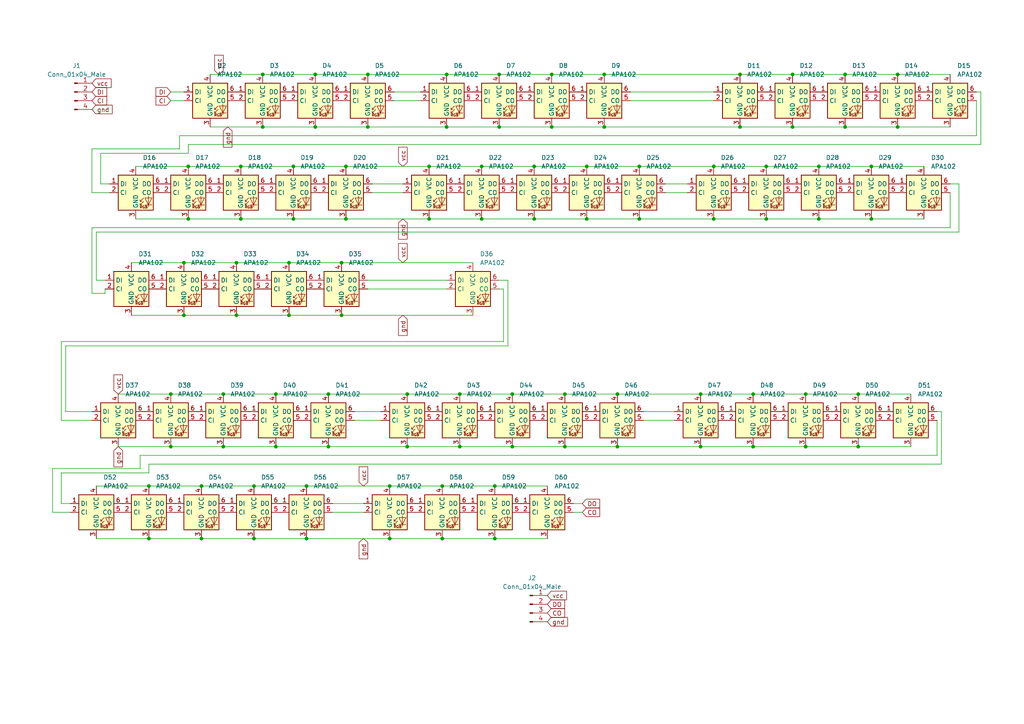
<source format=kicad_sch>
(kicad_sch (version 20211123) (generator eeschema)
  (paper "A4")
  (lib_symbols
    (symbol "Connector:Conn_01x04_Male" (pin_names (offset 1.016) hide)
      (property "Reference" "J" (at 0 5.08 0))
      (property "Value" "Conn_01x04_Male" (at 0 -7.62 0))
      (symbol "Conn_01x04_Male_1_1"
        (polyline (pts (xy 1.27 -5.08) (xy 0.8636 -5.08)) (stroke (width 0.1524)))
        (polyline (pts (xy 1.27 -2.54) (xy 0.8636 -2.54)) (stroke (width 0.1524)))
        (polyline (pts (xy 1.27 0) (xy 0.8636 0)) (stroke (width 0.1524)))
        (polyline (pts (xy 1.27 2.54) (xy 0.8636 2.54)) (stroke (width 0.1524)))
        (rectangle (start 0.8636 -4.953) (end 0 -5.207) (stroke (width 0.1524)) (fill (type outline)))
        (rectangle (start 0.8636 -2.413) (end 0 -2.667) (stroke (width 0.1524)) (fill (type outline)))
        (rectangle (start 0.8636 0.127) (end 0 -0.127) (stroke (width 0.1524)) (fill (type outline)))
        (rectangle (start 0.8636 2.667) (end 0 2.413) (stroke (width 0.1524)) (fill (type outline)))
        (pin passive line (at 5.08 2.54 180) (length 3.81) (name "Pin_1") (number "1"))
        (pin passive line (at 5.08 0 180) (length 3.81) (name "Pin_2") (number "2"))
        (pin passive line (at 5.08 -2.54 180) (length 3.81) (name "Pin_3") (number "3"))
        (pin passive line (at 5.08 -5.08 180) (length 3.81) (name "Pin_4") (number "4"))
      )
    )
    (symbol "LED:APA102"
      (property "Reference" "D" (at 5.08 5.715 0))
      (property "Value" "APA102" (at 1.27 -5.715 0))
      (symbol "APA102_0_0"
        (text "RGB" (at 2.286 -4.191 0) (effects (font (size 0.762 0.762))))
      )
      (symbol "APA102_0_1"
        (polyline (pts (xy 1.27 -3.556) (xy 1.778 -3.556)))
        (polyline (pts (xy 1.27 -2.54) (xy 1.778 -2.54)))
        (polyline (pts (xy 4.699 -3.556) (xy 2.667 -3.556)))
        (polyline (pts (xy 2.286 -2.54) (xy 1.27 -3.556) (xy 1.27 -3.048)))
        (polyline (pts (xy 2.286 -1.524) (xy 1.27 -2.54) (xy 1.27 -2.032)))
        (polyline (pts (xy 3.683 -1.016) (xy 3.683 -3.556) (xy 3.683 -4.064)))
        (polyline (pts (xy 4.699 -1.524) (xy 2.667 -1.524) (xy 3.683 -3.556) (xy 4.699 -1.524)))
        (rectangle (start 5.08 5.08) (end -5.08 -5.08) (stroke (width 0.254)) (fill (type background)))
      )
      (symbol "APA102_1_1"
        (pin input line (at -7.62 2.54 0) (length 2.54) (name "DI") (number "1"))
        (pin input line (at -7.62 0 0) (length 2.54) (name "CI") (number "2"))
        (pin power_in line (at 0 -7.62 90) (length 2.54) (name "GND") (number "3"))
        (pin power_in line (at 0 7.62 270) (length 2.54) (name "VCC") (number "4"))
        (pin output line (at 7.62 0 180) (length 2.54) (name "CO") (number "5"))
        (pin output line (at 7.62 2.54 180) (length 2.54) (name "DO") (number "6"))
      )
    )
  )
  (junction (at 222.25 63.5))
  (junction (at 185.42 63.5))
  (junction (at 133.35 129.54))
  (junction (at 160.02 36.83))
  (junction (at 83.82 76.2))
  (junction (at 106.68 36.83))
  (junction (at 53.34 91.44))
  (junction (at 237.49 48.26))
  (junction (at 100.33 48.26))
  (junction (at 203.2 129.54))
  (junction (at 54.61 63.5))
  (junction (at 233.68 114.3))
  (junction (at 85.09 63.5))
  (junction (at 43.18 140.97))
  (junction (at 148.59 129.54))
  (junction (at 129.54 36.83))
  (junction (at 58.42 156.21))
  (junction (at 99.06 91.44))
  (junction (at 124.46 48.26))
  (junction (at 260.35 21.59))
  (junction (at 118.11 114.3))
  (junction (at 68.58 76.2))
  (junction (at 170.18 48.26))
  (junction (at 144.78 36.83))
  (junction (at 64.77 114.3))
  (junction (at 175.26 36.83))
  (junction (at 207.01 63.5))
  (junction (at 179.07 114.3))
  (junction (at 144.78 21.59))
  (junction (at 100.33 63.5))
  (junction (at 106.68 21.59))
  (junction (at 95.25 129.54))
  (junction (at 80.01 129.54))
  (junction (at 53.34 76.2))
  (junction (at 214.63 36.83))
  (junction (at 163.83 114.3))
  (junction (at 203.2 114.3))
  (junction (at 143.51 156.21))
  (junction (at 218.44 114.3))
  (junction (at 88.9 140.97))
  (junction (at 85.09 48.26))
  (junction (at 129.54 21.59))
  (junction (at 113.03 156.21))
  (junction (at 91.44 21.59))
  (junction (at 69.85 48.26))
  (junction (at 99.06 76.2))
  (junction (at 245.11 36.83))
  (junction (at 139.7 63.5))
  (junction (at 163.83 129.54))
  (junction (at 58.42 140.97))
  (junction (at 248.92 129.54))
  (junction (at 154.94 48.26))
  (junction (at 154.94 63.5))
  (junction (at 252.73 63.5))
  (junction (at 80.01 114.3))
  (junction (at 83.82 91.44))
  (junction (at 214.63 21.59))
  (junction (at 248.92 114.3))
  (junction (at 143.51 140.97))
  (junction (at 160.02 21.59))
  (junction (at 91.44 36.83))
  (junction (at 113.03 140.97))
  (junction (at 245.11 21.59))
  (junction (at 54.61 48.26))
  (junction (at 124.46 63.5))
  (junction (at 222.25 48.26))
  (junction (at 73.66 156.21))
  (junction (at 68.58 91.44))
  (junction (at 179.07 129.54))
  (junction (at 229.87 36.83))
  (junction (at 237.49 63.5))
  (junction (at 185.42 48.26))
  (junction (at 64.77 129.54))
  (junction (at 49.53 114.3))
  (junction (at 170.18 63.5))
  (junction (at 73.66 140.97))
  (junction (at 252.73 48.26))
  (junction (at 88.9 156.21))
  (junction (at 69.85 63.5))
  (junction (at 175.26 21.59))
  (junction (at 229.87 21.59))
  (junction (at 76.2 36.83))
  (junction (at 76.2 21.59))
  (junction (at 139.7 48.26))
  (junction (at 207.01 48.26))
  (junction (at 43.18 156.21))
  (junction (at 260.35 36.83))
  (junction (at 148.59 114.3))
  (junction (at 95.25 114.3))
  (junction (at 233.68 129.54))
  (junction (at 49.53 129.54))
  (junction (at 128.27 156.21))
  (junction (at 118.11 129.54))
  (junction (at 128.27 140.97))
  (junction (at 218.44 129.54))
  (junction (at 133.35 114.3))
  (wire (pts (xy 54.61 44.45) (xy 54.61 41.91)))
  (wire (pts (xy 203.2 129.54) (xy 218.44 129.54)))
  (wire (pts (xy 30.48 85.09) (xy 30.48 83.82)))
  (wire (pts (xy 96.52 148.59) (xy 105.41 148.59)))
  (wire (pts (xy 186.69 119.38) (xy 195.58 119.38)))
  (wire (pts (xy 43.18 140.97) (xy 58.42 140.97)))
  (wire (pts (xy 186.69 121.92) (xy 195.58 121.92)))
  (wire (pts (xy 163.83 114.3) (xy 179.07 114.3)))
  (wire (pts (xy 96.52 146.05) (xy 105.41 146.05)))
  (wire (pts (xy 76.2 36.83) (xy 91.44 36.83)))
  (wire (pts (xy 160.02 36.83) (xy 175.26 36.83)))
  (wire (pts (xy 275.59 55.88) (xy 275.59 66.04)))
  (wire (pts (xy 118.11 114.3) (xy 133.35 114.3)))
  (wire (pts (xy 54.61 48.26) (xy 69.85 48.26)))
  (wire (pts (xy 31.75 53.34) (xy 29.21 53.34)))
  (wire (pts (xy 229.87 36.83) (xy 245.11 36.83)))
  (wire (pts (xy 88.9 156.21) (xy 113.03 156.21)))
  (wire (pts (xy 17.78 137.16) (xy 43.18 137.16)))
  (wire (pts (xy 133.35 129.54) (xy 148.59 129.54)))
  (wire (pts (xy 148.59 129.54) (xy 163.83 129.54)))
  (wire (pts (xy 185.42 63.5) (xy 207.01 63.5)))
  (wire (pts (xy 38.1 76.2) (xy 53.34 76.2)))
  (wire (pts (xy 283.21 39.37) (xy 52.07 39.37)))
  (wire (pts (xy 39.37 63.5) (xy 54.61 63.5)))
  (wire (pts (xy 85.09 48.26) (xy 100.33 48.26)))
  (wire (pts (xy 139.7 63.5) (xy 154.94 63.5)))
  (wire (pts (xy 43.18 137.16) (xy 43.18 134.62)))
  (wire (pts (xy 275.59 53.34) (xy 278.13 53.34)))
  (wire (pts (xy 229.87 21.59) (xy 245.11 21.59)))
  (wire (pts (xy 54.61 63.5) (xy 69.85 63.5)))
  (wire (pts (xy 58.42 156.21) (xy 73.66 156.21)))
  (wire (pts (xy 68.58 76.2) (xy 83.82 76.2)))
  (wire (pts (xy 34.29 129.54) (xy 49.53 129.54)))
  (wire (pts (xy 88.9 140.97) (xy 113.03 140.97)))
  (wire (pts (xy 133.35 114.3) (xy 148.59 114.3)))
  (wire (pts (xy 218.44 114.3) (xy 233.68 114.3)))
  (wire (pts (xy 85.09 63.5) (xy 100.33 63.5)))
  (wire (pts (xy 245.11 21.59) (xy 260.35 21.59)))
  (wire (pts (xy 100.33 63.5) (xy 124.46 63.5)))
  (wire (pts (xy 102.87 121.92) (xy 110.49 121.92)))
  (wire (pts (xy 237.49 48.26) (xy 252.73 48.26)))
  (wire (pts (xy 248.92 114.3) (xy 264.16 114.3)))
  (wire (pts (xy 248.92 129.54) (xy 264.16 129.54)))
  (wire (pts (xy 52.07 43.18) (xy 26.67 43.18)))
  (wire (pts (xy 64.77 114.3) (xy 80.01 114.3)))
  (wire (pts (xy 283.21 29.21) (xy 283.21 39.37)))
  (wire (pts (xy 26.67 43.18) (xy 26.67 55.88)))
  (wire (pts (xy 73.66 156.21) (xy 88.9 156.21)))
  (wire (pts (xy 17.78 146.05) (xy 17.78 137.16)))
  (wire (pts (xy 233.68 129.54) (xy 248.92 129.54)))
  (wire (pts (xy 19.05 119.38) (xy 19.05 100.33)))
  (wire (pts (xy 69.85 63.5) (xy 85.09 63.5)))
  (wire (pts (xy 49.53 29.21) (xy 53.34 29.21)))
  (wire (pts (xy 58.42 140.97) (xy 73.66 140.97)))
  (wire (pts (xy 26.67 119.38) (xy 19.05 119.38)))
  (wire (pts (xy 83.82 76.2) (xy 99.06 76.2)))
  (wire (pts (xy 129.54 36.83) (xy 144.78 36.83)))
  (wire (pts (xy 222.25 63.5) (xy 237.49 63.5)))
  (wire (pts (xy 207.01 63.5) (xy 222.25 63.5)))
  (wire (pts (xy 27.94 140.97) (xy 43.18 140.97)))
  (wire (pts (xy 43.18 156.21) (xy 58.42 156.21)))
  (wire (pts (xy 27.94 156.21) (xy 43.18 156.21)))
  (wire (pts (xy 139.7 48.26) (xy 154.94 48.26)))
  (wire (pts (xy 102.87 119.38) (xy 110.49 119.38)))
  (wire (pts (xy 68.58 91.44) (xy 83.82 91.44)))
  (wire (pts (xy 76.2 21.59) (xy 91.44 21.59)))
  (wire (pts (xy 271.78 121.92) (xy 271.78 132.08)))
  (wire (pts (xy 15.24 148.59) (xy 20.32 148.59)))
  (wire (pts (xy 214.63 21.59) (xy 229.87 21.59)))
  (wire (pts (xy 20.32 146.05) (xy 17.78 146.05)))
  (wire (pts (xy 283.21 26.67) (xy 284.48 26.67)))
  (wire (pts (xy 106.68 83.82) (xy 129.54 83.82)))
  (wire (pts (xy 260.35 21.59) (xy 275.59 21.59)))
  (wire (pts (xy 252.73 63.5) (xy 267.97 63.5)))
  (wire (pts (xy 100.33 48.26) (xy 124.46 48.26)))
  (wire (pts (xy 144.78 83.82) (xy 146.05 83.82)))
  (wire (pts (xy 203.2 114.3) (xy 218.44 114.3)))
  (wire (pts (xy 146.05 99.06) (xy 17.78 99.06)))
  (wire (pts (xy 38.1 91.44) (xy 53.34 91.44)))
  (wire (pts (xy 207.01 48.26) (xy 222.25 48.26)))
  (wire (pts (xy 129.54 21.59) (xy 144.78 21.59)))
  (wire (pts (xy 49.53 129.54) (xy 64.77 129.54)))
  (wire (pts (xy 175.26 36.83) (xy 214.63 36.83)))
  (wire (pts (xy 273.05 134.62) (xy 273.05 119.38)))
  (wire (pts (xy 193.04 55.88) (xy 199.39 55.88)))
  (wire (pts (xy 271.78 119.38) (xy 273.05 119.38)))
  (wire (pts (xy 143.51 156.21) (xy 158.75 156.21)))
  (wire (pts (xy 144.78 21.59) (xy 160.02 21.59)))
  (wire (pts (xy 113.03 156.21) (xy 128.27 156.21)))
  (wire (pts (xy 124.46 63.5) (xy 139.7 63.5)))
  (wire (pts (xy 114.3 26.67) (xy 121.92 26.67)))
  (wire (pts (xy 214.63 36.83) (xy 229.87 36.83)))
  (wire (pts (xy 146.05 83.82) (xy 146.05 99.06)))
  (wire (pts (xy 27.94 81.28) (xy 27.94 67.31)))
  (wire (pts (xy 154.94 48.26) (xy 170.18 48.26)))
  (wire (pts (xy 275.59 66.04) (xy 26.67 66.04)))
  (wire (pts (xy 40.64 135.89) (xy 15.24 135.89)))
  (wire (pts (xy 182.88 29.21) (xy 207.01 29.21)))
  (wire (pts (xy 99.06 76.2) (xy 137.16 76.2)))
  (wire (pts (xy 106.68 21.59) (xy 129.54 21.59)))
  (wire (pts (xy 106.68 36.83) (xy 129.54 36.83)))
  (wire (pts (xy 95.25 129.54) (xy 118.11 129.54)))
  (wire (pts (xy 49.53 26.67) (xy 53.34 26.67)))
  (wire (pts (xy 193.04 53.34) (xy 199.39 53.34)))
  (wire (pts (xy 144.78 36.83) (xy 160.02 36.83)))
  (wire (pts (xy 278.13 67.31) (xy 278.13 53.34)))
  (wire (pts (xy 245.11 36.83) (xy 260.35 36.83)))
  (wire (pts (xy 52.07 39.37) (xy 52.07 43.18)))
  (wire (pts (xy 185.42 48.26) (xy 207.01 48.26)))
  (wire (pts (xy 30.48 81.28) (xy 27.94 81.28)))
  (wire (pts (xy 147.32 81.28) (xy 144.78 81.28)))
  (wire (pts (xy 147.32 100.33) (xy 147.32 81.28)))
  (wire (pts (xy 179.07 114.3) (xy 203.2 114.3)))
  (wire (pts (xy 175.26 21.59) (xy 214.63 21.59)))
  (wire (pts (xy 99.06 91.44) (xy 137.16 91.44)))
  (wire (pts (xy 80.01 129.54) (xy 95.25 129.54)))
  (wire (pts (xy 49.53 114.3) (xy 64.77 114.3)))
  (wire (pts (xy 80.01 114.3) (xy 95.25 114.3)))
  (wire (pts (xy 107.95 55.88) (xy 116.84 55.88)))
  (wire (pts (xy 17.78 99.06) (xy 17.78 121.92)))
  (wire (pts (xy 170.18 48.26) (xy 185.42 48.26)))
  (wire (pts (xy 53.34 91.44) (xy 68.58 91.44)))
  (wire (pts (xy 160.02 21.59) (xy 175.26 21.59)))
  (wire (pts (xy 64.77 129.54) (xy 80.01 129.54)))
  (wire (pts (xy 106.68 81.28) (xy 129.54 81.28)))
  (wire (pts (xy 233.68 114.3) (xy 248.92 114.3)))
  (wire (pts (xy 179.07 129.54) (xy 203.2 129.54)))
  (wire (pts (xy 40.64 132.08) (xy 40.64 135.89)))
  (wire (pts (xy 237.49 63.5) (xy 252.73 63.5)))
  (wire (pts (xy 284.48 41.91) (xy 284.48 26.67)))
  (wire (pts (xy 163.83 129.54) (xy 179.07 129.54)))
  (wire (pts (xy 54.61 41.91) (xy 284.48 41.91)))
  (wire (pts (xy 19.05 100.33) (xy 147.32 100.33)))
  (wire (pts (xy 26.67 66.04) (xy 26.67 85.09)))
  (wire (pts (xy 143.51 140.97) (xy 158.75 140.97)))
  (wire (pts (xy 218.44 129.54) (xy 233.68 129.54)))
  (wire (pts (xy 170.18 63.5) (xy 185.42 63.5)))
  (wire (pts (xy 260.35 36.83) (xy 275.59 36.83)))
  (wire (pts (xy 114.3 29.21) (xy 121.92 29.21)))
  (wire (pts (xy 91.44 36.83) (xy 106.68 36.83)))
  (wire (pts (xy 271.78 132.08) (xy 40.64 132.08)))
  (wire (pts (xy 60.96 36.83) (xy 76.2 36.83)))
  (wire (pts (xy 154.94 63.5) (xy 170.18 63.5)))
  (wire (pts (xy 27.94 67.31) (xy 278.13 67.31)))
  (wire (pts (xy 39.37 48.26) (xy 54.61 48.26)))
  (wire (pts (xy 29.21 53.34) (xy 29.21 44.45)))
  (wire (pts (xy 222.25 48.26) (xy 237.49 48.26)))
  (wire (pts (xy 107.95 53.34) (xy 116.84 53.34)))
  (wire (pts (xy 17.78 121.92) (xy 26.67 121.92)))
  (wire (pts (xy 26.67 85.09) (xy 30.48 85.09)))
  (wire (pts (xy 166.37 146.05) (xy 168.91 146.05)))
  (wire (pts (xy 69.85 48.26) (xy 85.09 48.26)))
  (wire (pts (xy 124.46 48.26) (xy 139.7 48.26)))
  (wire (pts (xy 53.34 76.2) (xy 68.58 76.2)))
  (wire (pts (xy 73.66 140.97) (xy 88.9 140.97)))
  (wire (pts (xy 113.03 140.97) (xy 128.27 140.97)))
  (wire (pts (xy 252.73 48.26) (xy 267.97 48.26)))
  (wire (pts (xy 148.59 114.3) (xy 163.83 114.3)))
  (wire (pts (xy 95.25 114.3) (xy 118.11 114.3)))
  (wire (pts (xy 128.27 140.97) (xy 143.51 140.97)))
  (wire (pts (xy 15.24 135.89) (xy 15.24 148.59)))
  (wire (pts (xy 91.44 21.59) (xy 106.68 21.59)))
  (wire (pts (xy 83.82 91.44) (xy 99.06 91.44)))
  (wire (pts (xy 166.37 148.59) (xy 168.91 148.59)))
  (wire (pts (xy 34.29 114.3) (xy 49.53 114.3)))
  (wire (pts (xy 26.67 55.88) (xy 31.75 55.88)))
  (wire (pts (xy 182.88 26.67) (xy 207.01 26.67)))
  (wire (pts (xy 118.11 129.54) (xy 133.35 129.54)))
  (wire (pts (xy 128.27 156.21) (xy 143.51 156.21)))
  (wire (pts (xy 43.18 134.62) (xy 273.05 134.62)))
  (wire (pts (xy 60.96 21.59) (xy 76.2 21.59)))
  (wire (pts (xy 29.21 44.45) (xy 54.61 44.45)))
  (global_label "gnd" (shape input) (at 26.67 31.75 0) (property "Intersheet References" "${INTERSHEET_REFS}" (effects hide)))
  (global_label "vcc" (shape input) (at 158.75 172.72 0) (property "Intersheet References" "${INTERSHEET_REFS}" (effects hide)))
  (global_label "gnd" (shape input) (at 116.84 63.5 270) (property "Intersheet References" "${INTERSHEET_REFS}" (effects hide)))
  (global_label "CO" (shape input) (at 158.75 177.8 0) (property "Intersheet References" "${INTERSHEET_REFS}" (effects hide)))
  (global_label "vcc" (shape input) (at 116.84 76.2 90) (property "Intersheet References" "${INTERSHEET_REFS}" (effects hide)))
  (global_label "gnd" (shape input) (at 34.29 129.54 270) (property "Intersheet References" "${INTERSHEET_REFS}" (effects hide)))
  (global_label "gnd" (shape input) (at 158.75 180.34 0) (property "Intersheet References" "${INTERSHEET_REFS}" (effects hide)))
  (global_label "vcc" (shape input) (at 116.84 48.26 90) (property "Intersheet References" "${INTERSHEET_REFS}" (effects hide)))
  (global_label "vcc" (shape input) (at 105.41 140.97 90) (property "Intersheet References" "${INTERSHEET_REFS}" (effects hide)))
  (global_label "gnd" (shape input) (at 66.04 36.83 270) (property "Intersheet References" "${INTERSHEET_REFS}" (effects hide)))
  (global_label "DO" (shape input) (at 168.91 146.05 0) (property "Intersheet References" "${INTERSHEET_REFS}" (effects hide)))
  (global_label "DO" (shape input) (at 158.75 175.26 0) (property "Intersheet References" "${INTERSHEET_REFS}" (effects hide)))
  (global_label "vcc" (shape input) (at 26.67 24.13 0) (property "Intersheet References" "${INTERSHEET_REFS}" (effects hide)))
  (global_label "CO" (shape input) (at 168.91 148.59 0) (property "Intersheet References" "${INTERSHEET_REFS}" (effects hide)))
  (global_label "vcc" (shape input) (at 63.5 21.59 90) (property "Intersheet References" "${INTERSHEET_REFS}" (effects hide)))
  (global_label "DI" (shape input) (at 26.67 26.67 0) (property "Intersheet References" "${INTERSHEET_REFS}" (effects hide)))
  (global_label "vcc" (shape input) (at 34.29 114.3 90) (property "Intersheet References" "${INTERSHEET_REFS}" (effects hide)))
  (global_label "gnd" (shape input) (at 116.84 91.44 270) (property "Intersheet References" "${INTERSHEET_REFS}" (effects hide)))
  (global_label "gnd" (shape input) (at 105.41 156.21 270) (property "Intersheet References" "${INTERSHEET_REFS}" (effects hide)))
  (global_label "CI" (shape input) (at 26.67 29.21 0) (property "Intersheet References" "${INTERSHEET_REFS}" (effects hide)))
  (global_label "DI" (shape input) (at 49.53 26.67 180) (property "Intersheet References" "${INTERSHEET_REFS}" (effects hide)))
  (global_label "CI" (shape input) (at 49.53 29.21 180) (property "Intersheet References" "${INTERSHEET_REFS}" (effects hide)))
  (symbol (lib_id "LED:APA102") (at 124.46 55.88 0) (unit 1)
    (property "Reference" "D21" (at 126.4794 45.72 0) (effects (justify left)))
    (property "Value" "APA102" (at 126.4794 48.26 0) (effects (justify left)))
    (property "Footprint" "hakz:SK9822-hakz" (effects hide))
    (property "Datasheet" "http://www.led-color.com/upload/201506/APA102%20LED.pdf" (effects hide))
  )
  (symbol (lib_id "LED:APA102") (at 54.61 55.88 0) (unit 1)
    (property "Reference" "D17" (at 56.6294 45.72 0) (effects (justify left)))
    (property "Value" "APA102" (at 56.6294 48.26 0) (effects (justify left)))
    (property "Footprint" "hakz:SK9822-hakz" (effects hide))
    (property "Datasheet" "http://www.led-color.com/upload/201506/APA102%20LED.pdf" (effects hide))
  )
  (symbol (lib_id "LED:APA102") (at 207.01 55.88 0) (unit 1)
    (property "Reference" "D26" (at 209.0294 45.72 0) (effects (justify left)))
    (property "Value" "APA102" (at 209.0294 48.26 0) (effects (justify left)))
    (property "Footprint" "hakz:SK9822-hakz" (effects hide))
    (property "Datasheet" "http://www.led-color.com/upload/201506/APA102%20LED.pdf" (effects hide))
  )
  (symbol (lib_id "LED:APA102") (at 129.54 29.21 0) (unit 1)
    (property "Reference" "D6" (at 131.5594 19.05 0) (effects (justify left)))
    (property "Value" "APA102" (at 131.5594 21.59 0) (effects (justify left)))
    (property "Footprint" "hakz:SK9822-hakz" (effects hide))
    (property "Datasheet" "http://www.led-color.com/upload/201506/APA102%20LED.pdf" (effects hide))
  )
  (symbol (lib_id "LED:APA102") (at 76.2 29.21 0) (unit 1)
    (property "Reference" "D3" (at 78.2194 19.05 0) (effects (justify left)))
    (property "Value" "APA102" (at 78.2194 21.59 0) (effects (justify left)))
    (property "Footprint" "hakz:SK9822-hakz" (effects hide))
    (property "Datasheet" "http://www.led-color.com/upload/201506/APA102%20LED.pdf" (effects hide))
  )
  (symbol (lib_id "LED:APA102") (at 248.92 121.92 0) (unit 1)
    (property "Reference" "D50" (at 250.9394 111.76 0) (effects (justify left)))
    (property "Value" "APA102" (at 250.9394 114.3 0) (effects (justify left)))
    (property "Footprint" "hakz:SK9822-hakz" (effects hide))
    (property "Datasheet" "http://www.led-color.com/upload/201506/APA102%20LED.pdf" (effects hide))
  )
  (symbol (lib_id "LED:APA102") (at 113.03 148.59 0) (unit 1)
    (property "Reference" "D57" (at 115.0494 138.43 0) (effects (justify left)))
    (property "Value" "APA102" (at 115.0494 140.97 0) (effects (justify left)))
    (property "Footprint" "hakz:SK9822-hakz" (effects hide))
    (property "Datasheet" "http://www.led-color.com/upload/201506/APA102%20LED.pdf" (effects hide))
  )
  (symbol (lib_id "LED:APA102") (at 106.68 29.21 0) (unit 1)
    (property "Reference" "D5" (at 108.6994 19.05 0) (effects (justify left)))
    (property "Value" "APA102" (at 108.6994 21.59 0) (effects (justify left)))
    (property "Footprint" "hakz:SK9822-hakz" (effects hide))
    (property "Datasheet" "http://www.led-color.com/upload/201506/APA102%20LED.pdf" (effects hide))
  )
  (symbol (lib_id "LED:APA102") (at 91.44 29.21 0) (unit 1)
    (property "Reference" "D4" (at 93.4594 19.05 0) (effects (justify left)))
    (property "Value" "APA102" (at 93.4594 21.59 0) (effects (justify left)))
    (property "Footprint" "hakz:SK9822-hakz" (effects hide))
    (property "Datasheet" "http://www.led-color.com/upload/201506/APA102%20LED.pdf" (effects hide))
  )
  (symbol (lib_id "LED:APA102") (at 203.2 121.92 0) (unit 1)
    (property "Reference" "D47" (at 205.2194 111.76 0) (effects (justify left)))
    (property "Value" "APA102" (at 205.2194 114.3 0) (effects (justify left)))
    (property "Footprint" "hakz:SK9822-hakz" (effects hide))
    (property "Datasheet" "http://www.led-color.com/upload/201506/APA102%20LED.pdf" (effects hide))
  )
  (symbol (lib_id "LED:APA102") (at 118.11 121.92 0) (unit 1)
    (property "Reference" "D42" (at 120.1294 111.76 0) (effects (justify left)))
    (property "Value" "APA102" (at 120.1294 114.3 0) (effects (justify left)))
    (property "Footprint" "hakz:SK9822-hakz" (effects hide))
    (property "Datasheet" "http://www.led-color.com/upload/201506/APA102%20LED.pdf" (effects hide))
  )
  (symbol (lib_id "LED:APA102") (at 53.34 83.82 0) (unit 1)
    (property "Reference" "D32" (at 55.3594 73.66 0) (effects (justify left)))
    (property "Value" "APA102" (at 55.3594 76.2 0) (effects (justify left)))
    (property "Footprint" "hakz:SK9822-hakz" (effects hide))
    (property "Datasheet" "http://www.led-color.com/upload/201506/APA102%20LED.pdf" (effects hide))
  )
  (symbol (lib_id "LED:APA102") (at 88.9 148.59 0) (unit 1)
    (property "Reference" "D56" (at 90.9194 138.43 0) (effects (justify left)))
    (property "Value" "APA102" (at 90.9194 140.97 0) (effects (justify left)))
    (property "Footprint" "hakz:SK9822-hakz" (effects hide))
    (property "Datasheet" "http://www.led-color.com/upload/201506/APA102%20LED.pdf" (effects hide))
  )
  (symbol (lib_id "LED:APA102") (at 64.77 121.92 0) (unit 1)
    (property "Reference" "D39" (at 66.7894 111.76 0) (effects (justify left)))
    (property "Value" "APA102" (at 66.7894 114.3 0) (effects (justify left)))
    (property "Footprint" "hakz:SK9822-hakz" (effects hide))
    (property "Datasheet" "http://www.led-color.com/upload/201506/APA102%20LED.pdf" (effects hide))
  )
  (symbol (lib_id "LED:APA102") (at 267.97 55.88 0) (unit 1)
    (property "Reference" "D30" (at 269.9894 45.72 0) (effects (justify left)))
    (property "Value" "APA102" (at 269.9894 48.26 0) (effects (justify left)))
    (property "Footprint" "hakz:SK9822-hakz" (effects hide))
    (property "Datasheet" "http://www.led-color.com/upload/201506/APA102%20LED.pdf" (effects hide))
  )
  (symbol (lib_id "LED:APA102") (at 133.35 121.92 0) (unit 1)
    (property "Reference" "D43" (at 135.3694 111.76 0) (effects (justify left)))
    (property "Value" "APA102" (at 135.3694 114.3 0) (effects (justify left)))
    (property "Footprint" "hakz:SK9822-hakz" (effects hide))
    (property "Datasheet" "http://www.led-color.com/upload/201506/APA102%20LED.pdf" (effects hide))
  )
  (symbol (lib_id "LED:APA102") (at 68.58 83.82 0) (unit 1)
    (property "Reference" "D33" (at 70.5994 73.66 0) (effects (justify left)))
    (property "Value" "APA102" (at 70.5994 76.2 0) (effects (justify left)))
    (property "Footprint" "hakz:SK9822-hakz" (effects hide))
    (property "Datasheet" "http://www.led-color.com/upload/201506/APA102%20LED.pdf" (effects hide))
  )
  (symbol (lib_id "Connector:Conn_01x04_Male") (at 21.59 26.67 0) (unit 1)
    (property "Reference" "J1" (at 22.225 19.05 0))
    (property "Value" "Conn_01x04_Male" (at 22.225 21.59 0))
    (property "Footprint" "Connector_PinHeader_2.54mm:PinHeader_1x04_P2.54mm_Vertical" (effects hide))
  )
  (symbol (lib_id "LED:APA102") (at 154.94 55.88 0) (unit 1)
    (property "Reference" "D23" (at 156.9594 45.72 0) (effects (justify left)))
    (property "Value" "APA102" (at 156.9594 48.26 0) (effects (justify left)))
    (property "Footprint" "hakz:SK9822-hakz" (effects hide))
    (property "Datasheet" "http://www.led-color.com/upload/201506/APA102%20LED.pdf" (effects hide))
  )
  (symbol (lib_id "LED:APA102") (at 170.18 55.88 0) (unit 1)
    (property "Reference" "D24" (at 172.1994 45.72 0) (effects (justify left)))
    (property "Value" "APA102" (at 172.1994 48.26 0) (effects (justify left)))
    (property "Footprint" "hakz:SK9822-hakz" (effects hide))
    (property "Datasheet" "http://www.led-color.com/upload/201506/APA102%20LED.pdf" (effects hide))
  )
  (symbol (lib_id "LED:APA102") (at 85.09 55.88 0) (unit 1)
    (property "Reference" "D19" (at 87.1094 45.72 0) (effects (justify left)))
    (property "Value" "APA102" (at 87.1094 48.26 0) (effects (justify left)))
    (property "Footprint" "hakz:SK9822-hakz" (effects hide))
    (property "Datasheet" "http://www.led-color.com/upload/201506/APA102%20LED.pdf" (effects hide))
  )
  (symbol (lib_id "LED:APA102") (at 264.16 121.92 0) (unit 1)
    (property "Reference" "D51" (at 266.1794 111.76 0) (effects (justify left)))
    (property "Value" "APA102" (at 266.1794 114.3 0) (effects (justify left)))
    (property "Footprint" "hakz:SK9822-hakz" (effects hide))
    (property "Datasheet" "http://www.led-color.com/upload/201506/APA102%20LED.pdf" (effects hide))
  )
  (symbol (lib_id "Connector:Conn_01x04_Male") (at 153.67 175.26 0) (unit 1)
    (property "Reference" "J2" (at 154.305 167.64 0))
    (property "Value" "Conn_01x04_Male" (at 154.305 170.18 0))
    (property "Footprint" "Connector_PinHeader_2.54mm:PinHeader_1x04_P2.54mm_Vertical" (effects hide))
  )
  (symbol (lib_id "LED:APA102") (at 69.85 55.88 0) (unit 1)
    (property "Reference" "D18" (at 71.8694 45.72 0) (effects (justify left)))
    (property "Value" "APA102" (at 71.8694 48.26 0) (effects (justify left)))
    (property "Footprint" "hakz:SK9822-hakz" (effects hide))
    (property "Datasheet" "http://www.led-color.com/upload/201506/APA102%20LED.pdf" (effects hide))
  )
  (symbol (lib_id "LED:APA102") (at 233.68 121.92 0) (unit 1)
    (property "Reference" "D49" (at 235.6994 111.76 0) (effects (justify left)))
    (property "Value" "APA102" (at 235.6994 114.3 0) (effects (justify left)))
    (property "Footprint" "hakz:SK9822-hakz" (effects hide))
    (property "Datasheet" "http://www.led-color.com/upload/201506/APA102%20LED.pdf" (effects hide))
  )
  (symbol (lib_id "LED:APA102") (at 95.25 121.92 0) (unit 1)
    (property "Reference" "D41" (at 97.2694 111.76 0) (effects (justify left)))
    (property "Value" "APA102" (at 97.2694 114.3 0) (effects (justify left)))
    (property "Footprint" "hakz:SK9822-hakz" (effects hide))
    (property "Datasheet" "http://www.led-color.com/upload/201506/APA102%20LED.pdf" (effects hide))
  )
  (symbol (lib_id "LED:APA102") (at 218.44 121.92 0) (unit 1)
    (property "Reference" "D48" (at 220.4594 111.76 0) (effects (justify left)))
    (property "Value" "APA102" (at 220.4594 114.3 0) (effects (justify left)))
    (property "Footprint" "hakz:SK9822-hakz" (effects hide))
    (property "Datasheet" "http://www.led-color.com/upload/201506/APA102%20LED.pdf" (effects hide))
  )
  (symbol (lib_id "LED:APA102") (at 137.16 83.82 0) (unit 1)
    (property "Reference" "D36" (at 139.1794 73.66 0) (effects (justify left)))
    (property "Value" "APA102" (at 139.1794 76.2 0) (effects (justify left)))
    (property "Footprint" "hakz:SK9822-hakz" (effects hide))
    (property "Datasheet" "http://www.led-color.com/upload/201506/APA102%20LED.pdf" (effects hide))
  )
  (symbol (lib_id "LED:APA102") (at 260.35 29.21 0) (unit 1)
    (property "Reference" "D14" (at 262.3694 19.05 0) (effects (justify left)))
    (property "Value" "APA102" (at 262.3694 21.59 0) (effects (justify left)))
    (property "Footprint" "hakz:SK9822-hakz" (effects hide))
    (property "Datasheet" "http://www.led-color.com/upload/201506/APA102%20LED.pdf" (effects hide))
  )
  (symbol (lib_id "LED:APA102") (at 179.07 121.92 0) (unit 1)
    (property "Reference" "D46" (at 181.0894 111.76 0) (effects (justify left)))
    (property "Value" "APA102" (at 181.0894 114.3 0) (effects (justify left)))
    (property "Footprint" "hakz:SK9822-hakz" (effects hide))
    (property "Datasheet" "http://www.led-color.com/upload/201506/APA102%20LED.pdf" (effects hide))
  )
  (symbol (lib_id "LED:APA102") (at 175.26 29.21 0) (unit 1)
    (property "Reference" "D9" (at 177.2794 19.05 0) (effects (justify left)))
    (property "Value" "APA102" (at 177.2794 21.59 0) (effects (justify left)))
    (property "Footprint" "hakz:SK9822-hakz" (effects hide))
    (property "Datasheet" "http://www.led-color.com/upload/201506/APA102%20LED.pdf" (effects hide))
  )
  (symbol (lib_id "LED:APA102") (at 275.59 29.21 0) (unit 1)
    (property "Reference" "D15" (at 277.6094 19.05 0) (effects (justify left)))
    (property "Value" "APA102" (at 277.6094 21.59 0) (effects (justify left)))
    (property "Footprint" "hakz:SK9822-hakz" (effects hide))
    (property "Datasheet" "http://www.led-color.com/upload/201506/APA102%20LED.pdf" (effects hide))
  )
  (symbol (lib_id "LED:APA102") (at 163.83 121.92 0) (unit 1)
    (property "Reference" "D45" (at 165.8494 111.76 0) (effects (justify left)))
    (property "Value" "APA102" (at 165.8494 114.3 0) (effects (justify left)))
    (property "Footprint" "hakz:SK9822-hakz" (effects hide))
    (property "Datasheet" "http://www.led-color.com/upload/201506/APA102%20LED.pdf" (effects hide))
  )
  (symbol (lib_id "LED:APA102") (at 99.06 83.82 0) (unit 1)
    (property "Reference" "D35" (at 101.0794 73.66 0) (effects (justify left)))
    (property "Value" "APA102" (at 101.0794 76.2 0) (effects (justify left)))
    (property "Footprint" "hakz:SK9822-hakz" (effects hide))
    (property "Datasheet" "http://www.led-color.com/upload/201506/APA102%20LED.pdf" (effects hide))
  )
  (symbol (lib_id "LED:APA102") (at 237.49 55.88 0) (unit 1)
    (property "Reference" "D28" (at 239.5094 45.72 0) (effects (justify left)))
    (property "Value" "APA102" (at 239.5094 48.26 0) (effects (justify left)))
    (property "Footprint" "hakz:SK9822-hakz" (effects hide))
    (property "Datasheet" "http://www.led-color.com/upload/201506/APA102%20LED.pdf" (effects hide))
  )
  (symbol (lib_id "LED:APA102") (at 83.82 83.82 0) (unit 1)
    (property "Reference" "D34" (at 85.8394 73.66 0) (effects (justify left)))
    (property "Value" "APA102" (at 85.8394 76.2 0) (effects (justify left)))
    (property "Footprint" "hakz:SK9822-hakz" (effects hide))
    (property "Datasheet" "http://www.led-color.com/upload/201506/APA102%20LED.pdf" (effects hide))
  )
  (symbol (lib_id "LED:APA102") (at 34.29 121.92 0) (unit 1)
    (property "Reference" "D37" (at 36.3094 111.76 0) (effects (justify left)))
    (property "Value" "APA102" (at 36.3094 114.3 0) (effects (justify left)))
    (property "Footprint" "hakz:SK9822-hakz" (effects hide))
    (property "Datasheet" "http://www.led-color.com/upload/201506/APA102%20LED.pdf" (effects hide))
  )
  (symbol (lib_id "LED:APA102") (at 60.96 29.21 0) (unit 1)
    (property "Reference" "D2" (at 62.9794 19.05 0) (effects (justify left)))
    (property "Value" "APA102" (at 62.9794 21.59 0) (effects (justify left)))
    (property "Footprint" "hakz:SK9822-hakz" (effects hide))
    (property "Datasheet" "http://www.led-color.com/upload/201506/APA102%20LED.pdf" (effects hide))
  )
  (symbol (lib_id "LED:APA102") (at 73.66 148.59 0) (unit 1)
    (property "Reference" "D55" (at 75.6794 138.43 0) (effects (justify left)))
    (property "Value" "APA102" (at 75.6794 140.97 0) (effects (justify left)))
    (property "Footprint" "hakz:SK9822-hakz" (effects hide))
    (property "Datasheet" "http://www.led-color.com/upload/201506/APA102%20LED.pdf" (effects hide))
  )
  (symbol (lib_id "LED:APA102") (at 38.1 83.82 0) (unit 1)
    (property "Reference" "D31" (at 40.1194 73.66 0) (effects (justify left)))
    (property "Value" "APA102" (at 40.1194 76.2 0) (effects (justify left)))
    (property "Footprint" "hakz:SK9822-hakz" (effects hide))
    (property "Datasheet" "http://www.led-color.com/upload/201506/APA102%20LED.pdf" (effects hide))
  )
  (symbol (lib_id "LED:APA102") (at 158.75 148.59 0) (unit 1)
    (property "Reference" "D60" (at 160.7694 138.43 0) (effects (justify left)))
    (property "Value" "APA102" (at 160.7694 140.97 0) (effects (justify left)))
    (property "Footprint" "hakz:SK9822-hakz" (effects hide))
    (property "Datasheet" "http://www.led-color.com/upload/201506/APA102%20LED.pdf" (effects hide))
  )
  (symbol (lib_id "LED:APA102") (at 148.59 121.92 0) (unit 1)
    (property "Reference" "D44" (at 150.6094 111.76 0) (effects (justify left)))
    (property "Value" "APA102" (at 150.6094 114.3 0) (effects (justify left)))
    (property "Footprint" "hakz:SK9822-hakz" (effects hide))
    (property "Datasheet" "http://www.led-color.com/upload/201506/APA102%20LED.pdf" (effects hide))
  )
  (symbol (lib_id "LED:APA102") (at 185.42 55.88 0) (unit 1)
    (property "Reference" "D25" (at 187.4394 45.72 0) (effects (justify left)))
    (property "Value" "APA102" (at 187.4394 48.26 0) (effects (justify left)))
    (property "Footprint" "hakz:SK9822-hakz" (effects hide))
    (property "Datasheet" "http://www.led-color.com/upload/201506/APA102%20LED.pdf" (effects hide))
  )
  (symbol (lib_id "LED:APA102") (at 49.53 121.92 0) (unit 1)
    (property "Reference" "D38" (at 51.5494 111.76 0) (effects (justify left)))
    (property "Value" "APA102" (at 51.5494 114.3 0) (effects (justify left)))
    (property "Footprint" "hakz:SK9822-hakz" (effects hide))
    (property "Datasheet" "http://www.led-color.com/upload/201506/APA102%20LED.pdf" (effects hide))
  )
  (symbol (lib_id "LED:APA102") (at 128.27 148.59 0) (unit 1)
    (property "Reference" "D58" (at 130.2894 138.43 0) (effects (justify left)))
    (property "Value" "APA102" (at 130.2894 140.97 0) (effects (justify left)))
    (property "Footprint" "hakz:SK9822-hakz" (effects hide))
    (property "Datasheet" "http://www.led-color.com/upload/201506/APA102%20LED.pdf" (effects hide))
  )
  (symbol (lib_id "LED:APA102") (at 245.11 29.21 0) (unit 1)
    (property "Reference" "D13" (at 247.1294 19.05 0) (effects (justify left)))
    (property "Value" "APA102" (at 247.1294 21.59 0) (effects (justify left)))
    (property "Footprint" "hakz:SK9822-hakz" (effects hide))
    (property "Datasheet" "http://www.led-color.com/upload/201506/APA102%20LED.pdf" (effects hide))
  )
  (symbol (lib_id "LED:APA102") (at 27.94 148.59 0) (unit 1)
    (property "Reference" "D52" (at 29.9594 138.43 0) (effects (justify left)))
    (property "Value" "APA102" (at 29.9594 140.97 0) (effects (justify left)))
    (property "Footprint" "hakz:SK9822-hakz" (effects hide))
    (property "Datasheet" "http://www.led-color.com/upload/201506/APA102%20LED.pdf" (effects hide))
  )
  (symbol (lib_id "LED:APA102") (at 39.37 55.88 0) (unit 1)
    (property "Reference" "D16" (at 41.3894 45.72 0) (effects (justify left)))
    (property "Value" "APA102" (at 41.3894 48.26 0) (effects (justify left)))
    (property "Footprint" "hakz:SK9822-hakz" (effects hide))
    (property "Datasheet" "http://www.led-color.com/upload/201506/APA102%20LED.pdf" (effects hide))
  )
  (symbol (lib_id "LED:APA102") (at 252.73 55.88 0) (unit 1)
    (property "Reference" "D29" (at 254.7494 45.72 0) (effects (justify left)))
    (property "Value" "APA102" (at 254.7494 48.26 0) (effects (justify left)))
    (property "Footprint" "hakz:SK9822-hakz" (effects hide))
    (property "Datasheet" "http://www.led-color.com/upload/201506/APA102%20LED.pdf" (effects hide))
  )
  (symbol (lib_id "LED:APA102") (at 58.42 148.59 0) (unit 1)
    (property "Reference" "D54" (at 60.4394 138.43 0) (effects (justify left)))
    (property "Value" "APA102" (at 60.4394 140.97 0) (effects (justify left)))
    (property "Footprint" "hakz:SK9822-hakz" (effects hide))
    (property "Datasheet" "http://www.led-color.com/upload/201506/APA102%20LED.pdf" (effects hide))
  )
  (symbol (lib_id "LED:APA102") (at 144.78 29.21 0) (unit 1)
    (property "Reference" "D7" (at 146.7994 19.05 0) (effects (justify left)))
    (property "Value" "APA102" (at 146.7994 21.59 0) (effects (justify left)))
    (property "Footprint" "hakz:SK9822-hakz" (effects hide))
    (property "Datasheet" "http://www.led-color.com/upload/201506/APA102%20LED.pdf" (effects hide))
  )
  (symbol (lib_id "LED:APA102") (at 229.87 29.21 0) (unit 1)
    (property "Reference" "D12" (at 231.8894 19.05 0) (effects (justify left)))
    (property "Value" "APA102" (at 231.8894 21.59 0) (effects (justify left)))
    (property "Footprint" "hakz:SK9822-hakz" (effects hide))
    (property "Datasheet" "http://www.led-color.com/upload/201506/APA102%20LED.pdf" (effects hide))
  )
  (symbol (lib_id "LED:APA102") (at 139.7 55.88 0) (unit 1)
    (property "Reference" "D22" (at 141.7194 45.72 0) (effects (justify left)))
    (property "Value" "APA102" (at 141.7194 48.26 0) (effects (justify left)))
    (property "Footprint" "hakz:SK9822-hakz" (effects hide))
    (property "Datasheet" "http://www.led-color.com/upload/201506/APA102%20LED.pdf" (effects hide))
  )
  (symbol (lib_id "LED:APA102") (at 43.18 148.59 0) (unit 1)
    (property "Reference" "D53" (at 45.1994 138.43 0) (effects (justify left)))
    (property "Value" "APA102" (at 45.1994 140.97 0) (effects (justify left)))
    (property "Footprint" "hakz:SK9822-hakz" (effects hide))
    (property "Datasheet" "http://www.led-color.com/upload/201506/APA102%20LED.pdf" (effects hide))
  )
  (symbol (lib_id "LED:APA102") (at 222.25 55.88 0) (unit 1)
    (property "Reference" "D27" (at 224.2694 45.72 0) (effects (justify left)))
    (property "Value" "APA102" (at 224.2694 48.26 0) (effects (justify left)))
    (property "Footprint" "hakz:SK9822-hakz" (effects hide))
    (property "Datasheet" "http://www.led-color.com/upload/201506/APA102%20LED.pdf" (effects hide))
  )
  (symbol (lib_id "LED:APA102") (at 143.51 148.59 0) (unit 1)
    (property "Reference" "D59" (at 145.5294 138.43 0) (effects (justify left)))
    (property "Value" "APA102" (at 145.5294 140.97 0) (effects (justify left)))
    (property "Footprint" "hakz:SK9822-hakz" (effects hide))
    (property "Datasheet" "http://www.led-color.com/upload/201506/APA102%20LED.pdf" (effects hide))
  )
  (symbol (lib_id "LED:APA102") (at 100.33 55.88 0) (unit 1)
    (property "Reference" "D20" (at 102.3494 45.72 0) (effects (justify left)))
    (property "Value" "APA102" (at 102.3494 48.26 0) (effects (justify left)))
    (property "Footprint" "hakz:SK9822-hakz" (effects hide))
    (property "Datasheet" "http://www.led-color.com/upload/201506/APA102%20LED.pdf" (effects hide))
  )
  (symbol (lib_id "LED:APA102") (at 80.01 121.92 0) (unit 1)
    (property "Reference" "D40" (at 82.0294 111.76 0) (effects (justify left)))
    (property "Value" "APA102" (at 82.0294 114.3 0) (effects (justify left)))
    (property "Footprint" "hakz:SK9822-hakz" (effects hide))
    (property "Datasheet" "http://www.led-color.com/upload/201506/APA102%20LED.pdf" (effects hide))
  )
  (symbol (lib_id "LED:APA102") (at 160.02 29.21 0) (unit 1)
    (property "Reference" "D8" (at 162.0394 19.05 0) (effects (justify left)))
    (property "Value" "APA102" (at 162.0394 21.59 0) (effects (justify left)))
    (property "Footprint" "hakz:SK9822-hakz" (effects hide))
    (property "Datasheet" "http://www.led-color.com/upload/201506/APA102%20LED.pdf" (effects hide))
  )
  (symbol (lib_id "LED:APA102") (at 214.63 29.21 0) (unit 1)
    (property "Reference" "D11" (at 216.6494 19.05 0) (effects (justify left)))
    (property "Value" "APA102" (at 216.6494 21.59 0) (effects (justify left)))
    (property "Footprint" "hakz:SK9822-hakz" (effects hide))
    (property "Datasheet" "http://www.led-color.com/upload/201506/APA102%20LED.pdf" (effects hide))
  )
)
</source>
